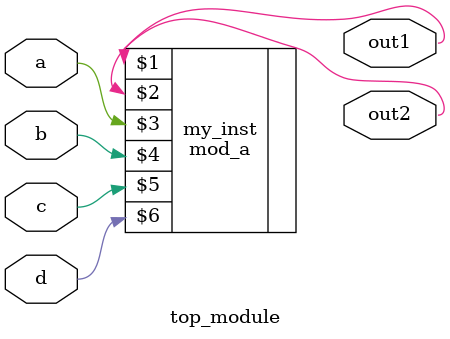
<source format=v>
module top_module ( 
    input a, 
    input b, 
    input c,
    input d,
    output out1,
    output out2
);
    
    mod_a my_inst ( out1, out2, a, b, c, d );

endmodule

</source>
